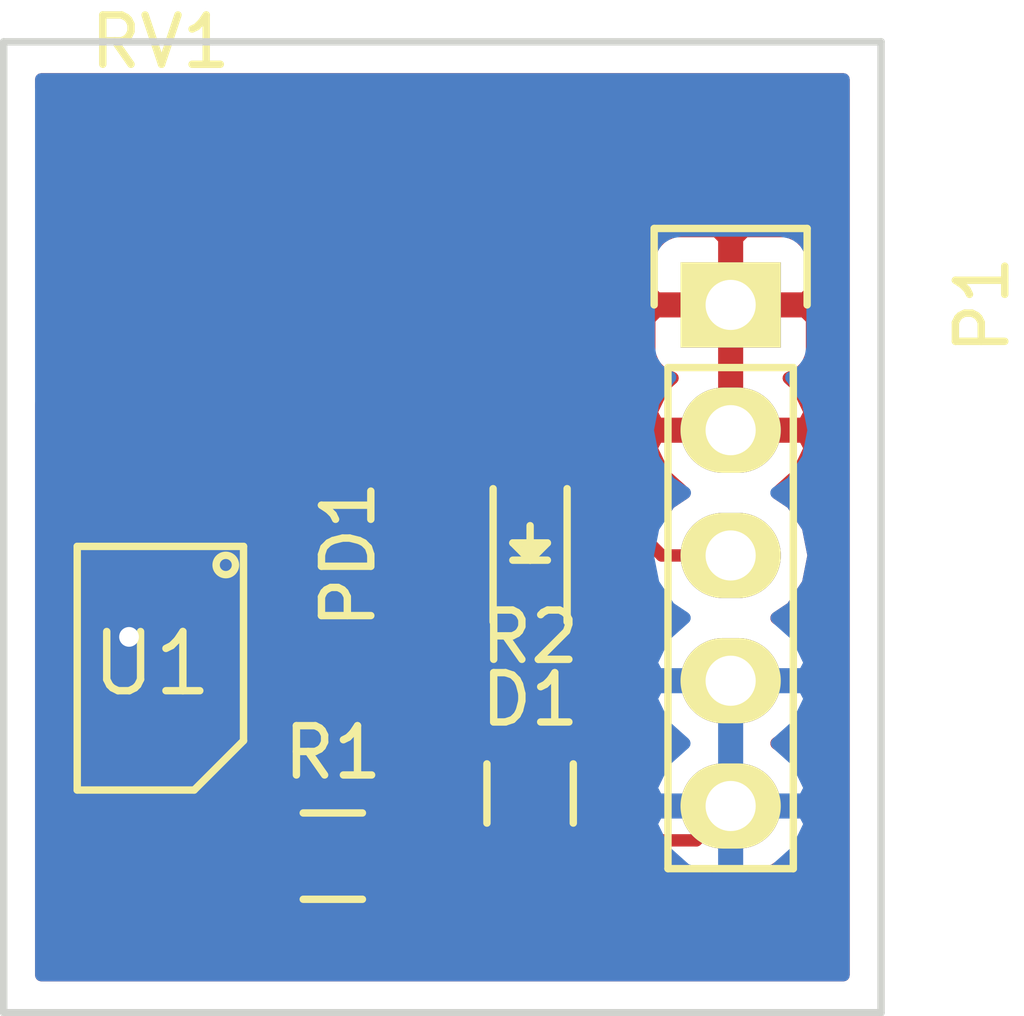
<source format=kicad_pcb>
(kicad_pcb (version 4) (host pcbnew 0.201511192131+6326~38~ubuntu14.04.1-stable)

  (general
    (links 14)
    (no_connects 0)
    (area 149.01156 96.665 170.667 117.550001)
    (thickness 1.6)
    (drawings 4)
    (tracks 34)
    (zones 0)
    (modules 7)
    (nets 8)
  )

  (page A4)
  (layers
    (0 F.Cu signal)
    (31 B.Cu signal)
    (32 B.Adhes user)
    (33 F.Adhes user)
    (34 B.Paste user)
    (35 F.Paste user)
    (36 B.SilkS user)
    (37 F.SilkS user)
    (38 B.Mask user)
    (39 F.Mask user)
    (40 Dwgs.User user)
    (41 Cmts.User user)
    (42 Eco1.User user)
    (43 Eco2.User user)
    (44 Edge.Cuts user)
    (45 Margin user)
    (46 B.CrtYd user)
    (47 F.CrtYd user)
    (48 B.Fab user)
    (49 F.Fab user)
  )

  (setup
    (last_trace_width 0.25)
    (trace_clearance 0.2)
    (zone_clearance 0.508)
    (zone_45_only no)
    (trace_min 0.2)
    (segment_width 0.2)
    (edge_width 0.15)
    (via_size 0.6)
    (via_drill 0.4)
    (via_min_size 0.4)
    (via_min_drill 0.3)
    (uvia_size 0.3)
    (uvia_drill 0.1)
    (uvias_allowed no)
    (uvia_min_size 0.2)
    (uvia_min_drill 0.1)
    (pcb_text_width 0.3)
    (pcb_text_size 1.5 1.5)
    (mod_edge_width 0.15)
    (mod_text_size 1 1)
    (mod_text_width 0.15)
    (pad_size 1.524 1.524)
    (pad_drill 0.762)
    (pad_to_mask_clearance 0.2)
    (aux_axis_origin 0 0)
    (visible_elements FFFFFF7F)
    (pcbplotparams
      (layerselection 0x010f0_80000001)
      (usegerberextensions false)
      (excludeedgelayer true)
      (linewidth 0.100000)
      (plotframeref false)
      (viasonmask false)
      (mode 1)
      (useauxorigin false)
      (hpglpennumber 1)
      (hpglpenspeed 20)
      (hpglpendiameter 15)
      (hpglpenoverlay 2)
      (psnegative false)
      (psa4output false)
      (plotreference true)
      (plotvalue true)
      (plotinvisibletext false)
      (padsonsilk false)
      (subtractmaskfromsilk false)
      (outputformat 1)
      (mirror false)
      (drillshape 0)
      (scaleselection 1)
      (outputdirectory ""))
  )

  (net 0 "")
  (net 1 "Net-(D1-Pad2)")
  (net 2 "Net-(D1-Pad1)")
  (net 3 VCC)
  (net 4 GND)
  (net 5 "Net-(PD1-Pad1)")
  (net 6 "Net-(PD1-Pad2)")
  (net 7 "Net-(RV1-Pad2)")

  (net_class Default "This is the default net class."
    (clearance 0.2)
    (trace_width 0.25)
    (via_dia 0.6)
    (via_drill 0.4)
    (uvia_dia 0.3)
    (uvia_drill 0.1)
    (add_net GND)
    (add_net "Net-(D1-Pad1)")
    (add_net "Net-(D1-Pad2)")
    (add_net "Net-(PD1-Pad1)")
    (add_net "Net-(PD1-Pad2)")
    (add_net "Net-(RV1-Pad2)")
    (add_net VCC)
  )

  (module LEDs:LED_0805 (layer F.Cu) (tedit 56983396) (tstamp 569897A1)
    (at 160.528 107.95 90)
    (descr "LED 0805 smd package")
    (tags "LED 0805 SMD")
    (path /56980E86)
    (attr smd)
    (fp_text reference D1 (at -3.175 0 180) (layer F.SilkS)
      (effects (font (size 1 1) (thickness 0.15)))
    )
    (fp_text value LED (at 0 1.75 90) (layer F.Fab) hide
      (effects (font (size 1 1) (thickness 0.15)))
    )
    (fp_line (start -1.6 0.75) (end 1.1 0.75) (layer F.SilkS) (width 0.15))
    (fp_line (start -1.6 -0.75) (end 1.1 -0.75) (layer F.SilkS) (width 0.15))
    (fp_line (start -0.1 0.15) (end -0.1 -0.1) (layer F.SilkS) (width 0.15))
    (fp_line (start -0.1 -0.1) (end -0.25 0.05) (layer F.SilkS) (width 0.15))
    (fp_line (start -0.35 -0.35) (end -0.35 0.35) (layer F.SilkS) (width 0.15))
    (fp_line (start 0 0) (end 0.35 0) (layer F.SilkS) (width 0.15))
    (fp_line (start -0.35 0) (end 0 -0.35) (layer F.SilkS) (width 0.15))
    (fp_line (start 0 -0.35) (end 0 0.35) (layer F.SilkS) (width 0.15))
    (fp_line (start 0 0.35) (end -0.35 0) (layer F.SilkS) (width 0.15))
    (fp_line (start 1.9 -0.95) (end 1.9 0.95) (layer F.CrtYd) (width 0.05))
    (fp_line (start 1.9 0.95) (end -1.9 0.95) (layer F.CrtYd) (width 0.05))
    (fp_line (start -1.9 0.95) (end -1.9 -0.95) (layer F.CrtYd) (width 0.05))
    (fp_line (start -1.9 -0.95) (end 1.9 -0.95) (layer F.CrtYd) (width 0.05))
    (pad 2 smd rect (at 1.04902 0 270) (size 1.19888 1.19888) (layers F.Cu F.Paste F.Mask)
      (net 1 "Net-(D1-Pad2)"))
    (pad 1 smd rect (at -1.04902 0 270) (size 1.19888 1.19888) (layers F.Cu F.Paste F.Mask)
      (net 2 "Net-(D1-Pad1)"))
    (model LEDs.3dshapes/LED_0805.wrl
      (at (xyz 0 0 0))
      (scale (xyz 1 1 1))
      (rotate (xyz 0 0 0))
    )
  )

  (module PD70:PD70 (layer F.Cu) (tedit 5698346F) (tstamp 569897AE)
    (at 156.845 108.185 90)
    (path /56980904)
    (fp_text reference PD1 (at 0 0 90) (layer F.SilkS)
      (effects (font (size 1 1) (thickness 0.15)))
    )
    (fp_text value PD70 (at -2.305 -3.81 90) (layer F.Fab) hide
      (effects (font (size 1 1) (thickness 0.15)))
    )
    (pad 1 smd rect (at -3.575 0 90) (size 1.75 1.8) (layers F.Cu F.Paste F.Mask)
      (net 5 "Net-(PD1-Pad1)"))
    (pad 2 smd rect (at 3.575 0 90) (size 1.75 1.8) (layers F.Cu F.Paste F.Mask)
      (net 6 "Net-(PD1-Pad2)"))
  )

  (module Resistors_SMD:R_0805 (layer F.Cu) (tedit 5415CDEB) (tstamp 569897B4)
    (at 156.53 114.3)
    (descr "Resistor SMD 0805, reflow soldering, Vishay (see dcrcw.pdf)")
    (tags "resistor 0805")
    (path /5698099A)
    (attr smd)
    (fp_text reference R1 (at 0 -2.1) (layer F.SilkS)
      (effects (font (size 1 1) (thickness 0.15)))
    )
    (fp_text value R (at 0 2.1) (layer F.Fab)
      (effects (font (size 1 1) (thickness 0.15)))
    )
    (fp_line (start -1.6 -1) (end 1.6 -1) (layer F.CrtYd) (width 0.05))
    (fp_line (start -1.6 1) (end 1.6 1) (layer F.CrtYd) (width 0.05))
    (fp_line (start -1.6 -1) (end -1.6 1) (layer F.CrtYd) (width 0.05))
    (fp_line (start 1.6 -1) (end 1.6 1) (layer F.CrtYd) (width 0.05))
    (fp_line (start 0.6 0.875) (end -0.6 0.875) (layer F.SilkS) (width 0.15))
    (fp_line (start -0.6 -0.875) (end 0.6 -0.875) (layer F.SilkS) (width 0.15))
    (pad 1 smd rect (at -0.95 0) (size 0.7 1.3) (layers F.Cu F.Paste F.Mask)
      (net 3 VCC))
    (pad 2 smd rect (at 0.95 0) (size 0.7 1.3) (layers F.Cu F.Paste F.Mask)
      (net 5 "Net-(PD1-Pad1)"))
    (model Resistors_SMD.3dshapes/R_0805.wrl
      (at (xyz 0 0 0))
      (scale (xyz 1 1 1))
      (rotate (xyz 0 0 0))
    )
  )

  (module Resistors_SMD:R_0805 (layer F.Cu) (tedit 5698339A) (tstamp 569897BA)
    (at 160.528 113.03 270)
    (descr "Resistor SMD 0805, reflow soldering, Vishay (see dcrcw.pdf)")
    (tags "resistor 0805")
    (path /569810D2)
    (attr smd)
    (fp_text reference R2 (at -3.175 0 360) (layer F.SilkS)
      (effects (font (size 1 1) (thickness 0.15)))
    )
    (fp_text value R (at 0 2.1 270) (layer F.Fab) hide
      (effects (font (size 1 1) (thickness 0.15)))
    )
    (fp_line (start -1.6 -1) (end 1.6 -1) (layer F.CrtYd) (width 0.05))
    (fp_line (start -1.6 1) (end 1.6 1) (layer F.CrtYd) (width 0.05))
    (fp_line (start -1.6 -1) (end -1.6 1) (layer F.CrtYd) (width 0.05))
    (fp_line (start 1.6 -1) (end 1.6 1) (layer F.CrtYd) (width 0.05))
    (fp_line (start 0.6 0.875) (end -0.6 0.875) (layer F.SilkS) (width 0.15))
    (fp_line (start -0.6 -0.875) (end 0.6 -0.875) (layer F.SilkS) (width 0.15))
    (pad 1 smd rect (at -0.95 0 270) (size 0.7 1.3) (layers F.Cu F.Paste F.Mask)
      (net 2 "Net-(D1-Pad1)"))
    (pad 2 smd rect (at 0.95 0 270) (size 0.7 1.3) (layers F.Cu F.Paste F.Mask)
      (net 4 GND))
    (model Resistors_SMD.3dshapes/R_0805.wrl
      (at (xyz 0 0 0))
      (scale (xyz 1 1 1))
      (rotate (xyz 0 0 0))
    )
  )

  (module PD70:TC33 (layer F.Cu) (tedit 56983473) (tstamp 569897C1)
    (at 153.035 101.6 180)
    (path /56980A4A)
    (fp_text reference RV1 (at 0 3.81 180) (layer F.SilkS)
      (effects (font (size 1 1) (thickness 0.15)))
    )
    (fp_text value POT (at 0 -3.81 180) (layer F.Fab) hide
      (effects (font (size 1 1) (thickness 0.15)))
    )
    (pad 1 smd rect (at -1.4 1.8 180) (size 1.2 1.2) (layers F.Cu F.Paste F.Mask)
      (net 3 VCC))
    (pad 2 smd rect (at 0 -1.45 180) (size 1.6 1.5) (layers F.Cu F.Paste F.Mask)
      (net 7 "Net-(RV1-Pad2)"))
    (pad 3 smd rect (at 1.4 1.8 180) (size 1.2 1.2) (layers F.Cu F.Paste F.Mask)
      (net 4 GND))
  )

  (module PD70:TSSOP8 (layer F.Cu) (tedit 56982AD9) (tstamp 569897CD)
    (at 153.035 110.49 180)
    (path /56980A06)
    (fp_text reference U1 (at 0.17272 0.09144 360) (layer F.SilkS)
      (effects (font (size 1.2 1.2) (thickness 0.15)))
    )
    (fp_text value LM393 (at 2.75844 -0.1016 270) (layer F.Fab) hide
      (effects (font (size 1.2 1.2) (thickness 0.15)))
    )
    (fp_circle (center -1.32588 2.09296) (end -1.51892 2.12852) (layer F.SilkS) (width 0.15))
    (fp_line (start -0.685 -2.47) (end -1.685 -1.47) (layer F.SilkS) (width 0.15))
    (fp_line (start -1.685 -1.47) (end -1.685 2.47) (layer F.SilkS) (width 0.15))
    (fp_line (start -1.685 2.47) (end 1.685 2.47) (layer F.SilkS) (width 0.15))
    (fp_line (start 1.685 2.47) (end 1.685 -2.47) (layer F.SilkS) (width 0.15))
    (fp_line (start 1.685 -2.47) (end -0.685 -2.47) (layer F.SilkS) (width 0.15))
    (pad 8 smd rect (at -0.975 -3.86 180) (size 0.42 1.78) (layers F.Cu F.Paste F.Mask)
      (net 3 VCC))
    (pad 1 smd rect (at -0.975 3.86 180) (size 0.42 1.78) (layers F.Cu F.Paste F.Mask)
      (net 1 "Net-(D1-Pad2)"))
    (pad 7 smd rect (at -0.325 -3.86 180) (size 0.42 1.78) (layers F.Cu F.Paste F.Mask))
    (pad 2 smd rect (at -0.325 3.86 180) (size 0.42 1.78) (layers F.Cu F.Paste F.Mask)
      (net 6 "Net-(PD1-Pad2)"))
    (pad 6 smd rect (at 0.325 -3.86 180) (size 0.42 1.78) (layers F.Cu F.Paste F.Mask))
    (pad 3 smd rect (at 0.325 3.86 180) (size 0.42 1.78) (layers F.Cu F.Paste F.Mask)
      (net 7 "Net-(RV1-Pad2)"))
    (pad 5 smd rect (at 0.975 -3.86 180) (size 0.42 1.78) (layers F.Cu F.Paste F.Mask))
    (pad 4 smd rect (at 0.975 3.86 180) (size 0.42 1.78) (layers F.Cu F.Paste F.Mask)
      (net 4 GND))
  )

  (module Socket_Strips:Socket_Strip_Straight_1x05 (layer F.Cu) (tedit 0) (tstamp 56C07B71)
    (at 164.592 103.124 270)
    (descr "Through hole socket strip")
    (tags "socket strip")
    (path /56BCF8BB)
    (fp_text reference P1 (at 0 -5.1 270) (layer F.SilkS)
      (effects (font (size 1 1) (thickness 0.15)))
    )
    (fp_text value CONN_01X05 (at 0 -3.1 270) (layer F.Fab)
      (effects (font (size 1 1) (thickness 0.15)))
    )
    (fp_line (start -1.75 -1.75) (end -1.75 1.75) (layer F.CrtYd) (width 0.05))
    (fp_line (start 11.95 -1.75) (end 11.95 1.75) (layer F.CrtYd) (width 0.05))
    (fp_line (start -1.75 -1.75) (end 11.95 -1.75) (layer F.CrtYd) (width 0.05))
    (fp_line (start -1.75 1.75) (end 11.95 1.75) (layer F.CrtYd) (width 0.05))
    (fp_line (start 1.27 1.27) (end 11.43 1.27) (layer F.SilkS) (width 0.15))
    (fp_line (start 11.43 1.27) (end 11.43 -1.27) (layer F.SilkS) (width 0.15))
    (fp_line (start 11.43 -1.27) (end 1.27 -1.27) (layer F.SilkS) (width 0.15))
    (fp_line (start -1.55 1.55) (end 0 1.55) (layer F.SilkS) (width 0.15))
    (fp_line (start 1.27 1.27) (end 1.27 -1.27) (layer F.SilkS) (width 0.15))
    (fp_line (start 0 -1.55) (end -1.55 -1.55) (layer F.SilkS) (width 0.15))
    (fp_line (start -1.55 -1.55) (end -1.55 1.55) (layer F.SilkS) (width 0.15))
    (pad 1 thru_hole rect (at 0 0 270) (size 1.7272 2.032) (drill 1.016) (layers *.Cu *.Mask F.SilkS)
      (net 3 VCC))
    (pad 2 thru_hole oval (at 2.54 0 270) (size 1.7272 2.032) (drill 1.016) (layers *.Cu *.Mask F.SilkS)
      (net 3 VCC))
    (pad 3 thru_hole oval (at 5.08 0 270) (size 1.7272 2.032) (drill 1.016) (layers *.Cu *.Mask F.SilkS)
      (net 1 "Net-(D1-Pad2)"))
    (pad 4 thru_hole oval (at 7.62 0 270) (size 1.7272 2.032) (drill 1.016) (layers *.Cu *.Mask F.SilkS)
      (net 4 GND))
    (pad 5 thru_hole oval (at 10.16 0 270) (size 1.7272 2.032) (drill 1.016) (layers *.Cu *.Mask F.SilkS)
      (net 4 GND))
    (model Socket_Strips.3dshapes/Socket_Strip_Straight_1x05.wrl
      (at (xyz 0.2 0 0))
      (scale (xyz 1 1 1))
      (rotate (xyz 0 0 180))
    )
  )

  (gr_line (start 149.86 97.79) (end 149.86 117.475) (layer Edge.Cuts) (width 0.15))
  (gr_line (start 167.64 97.79) (end 149.86 97.79) (layer Edge.Cuts) (width 0.15))
  (gr_line (start 167.64 117.475) (end 167.64 97.79) (layer Edge.Cuts) (width 0.15))
  (gr_line (start 149.86 117.475) (end 167.64 117.475) (layer Edge.Cuts) (width 0.15))

  (segment (start 161.89198 106.90098) (end 163.195 108.204) (width 0.25) (layer F.Cu) (net 1))
  (segment (start 163.195 108.204) (end 164.592 108.204) (width 0.25) (layer F.Cu) (net 1))
  (segment (start 160.528 106.90098) (end 161.89198 106.90098) (width 0.25) (layer F.Cu) (net 1))
  (segment (start 157.06598 106.90098) (end 156.795 106.63) (width 0.25) (layer F.Cu) (net 1))
  (segment (start 156.795 106.63) (end 154.01 106.63) (width 0.25) (layer F.Cu) (net 1))
  (segment (start 160.02 106.90098) (end 157.06598 106.90098) (width 0.25) (layer F.Cu) (net 1))
  (segment (start 160.528 112.08) (end 160.528 108.99902) (width 0.25) (layer F.Cu) (net 2))
  (segment (start 155.58 114.3) (end 155.58 113.4) (width 0.25) (layer F.Cu) (net 3))
  (segment (start 155.58 113.4) (end 154.9908 112.8108) (width 0.25) (layer F.Cu) (net 3))
  (segment (start 154.0002 115.4998) (end 154.0002 116.2304) (width 0.25) (layer F.Cu) (net 3))
  (segment (start 154.01 114.35) (end 154.01 115.49) (width 0.25) (layer F.Cu) (net 3))
  (segment (start 154.01 115.49) (end 154.0002 115.4998) (width 0.25) (layer F.Cu) (net 3))
  (segment (start 154.0002 113.2002) (end 154.0002 112.395) (width 0.25) (layer F.Cu) (net 3))
  (segment (start 154.01 114.35) (end 154.01 113.21) (width 0.25) (layer F.Cu) (net 3))
  (segment (start 154.01 113.21) (end 154.0002 113.2002) (width 0.25) (layer F.Cu) (net 3))
  (segment (start 154.06 114.3) (end 154.01 114.35) (width 0.25) (layer F.Cu) (net 3))
  (segment (start 160.528 113.98) (end 163.896 113.98) (width 0.25) (layer F.Cu) (net 4))
  (segment (start 163.896 113.98) (end 164.592 113.284) (width 0.25) (layer F.Cu) (net 4))
  (segment (start 152.06 106.63) (end 152.06 109.515) (width 0.25) (layer F.Cu) (net 4))
  (segment (start 152.06 109.515) (end 152.4 109.855) (width 0.25) (layer F.Cu) (net 4))
  (via (at 152.4 109.855) (size 0.6) (drill 0.4) (layers F.Cu B.Cu) (net 4))
  (segment (start 151.13 101.6) (end 151.635 101.095) (width 0.25) (layer F.Cu) (net 4))
  (segment (start 151.635 101.095) (end 151.635 99.8) (width 0.25) (layer F.Cu) (net 4))
  (segment (start 151.13 104.56) (end 151.13 101.6) (width 0.25) (layer F.Cu) (net 4))
  (segment (start 152.06 106.63) (end 152.06 105.49) (width 0.25) (layer F.Cu) (net 4))
  (segment (start 152.06 105.49) (end 151.13 104.56) (width 0.25) (layer F.Cu) (net 4))
  (segment (start 156.845 111.76) (end 156.845 113.365) (width 0.25) (layer F.Cu) (net 5))
  (segment (start 156.845 113.365) (end 157.48 114) (width 0.25) (layer F.Cu) (net 5))
  (segment (start 157.48 114) (end 157.48 114.3) (width 0.25) (layer F.Cu) (net 5))
  (segment (start 153.36 106.63) (end 153.36 105.49) (width 0.25) (layer F.Cu) (net 6))
  (segment (start 153.36 105.49) (end 154.24 104.61) (width 0.25) (layer F.Cu) (net 6))
  (segment (start 154.24 104.61) (end 156.845 104.61) (width 0.25) (layer F.Cu) (net 6))
  (segment (start 152.71 106.63) (end 152.71 103.375) (width 0.25) (layer F.Cu) (net 7))
  (segment (start 152.71 103.375) (end 153.035 103.05) (width 0.25) (layer F.Cu) (net 7))

  (zone (net 3) (net_name VCC) (layer F.Cu) (tstamp 0) (hatch edge 0.508)
    (connect_pads (clearance 0.508))
    (min_thickness 0.254)
    (fill yes (arc_segments 16) (thermal_gap 0.508) (thermal_bridge_width 0.508))
    (polygon
      (pts
        (xy 150.495 116.84) (xy 167.005 116.84) (xy 167.005 98.425) (xy 150.495 98.425)
      )
    )
    (filled_polygon
      (pts
        (xy 166.878 116.713) (xy 150.622 116.713) (xy 150.622 113.46) (xy 151.20256 113.46) (xy 151.20256 115.24)
        (xy 151.246838 115.475317) (xy 151.38591 115.691441) (xy 151.59811 115.836431) (xy 151.85 115.88744) (xy 152.27 115.88744)
        (xy 152.389222 115.865007) (xy 152.5 115.88744) (xy 152.92 115.88744) (xy 153.039222 115.865007) (xy 153.15 115.88744)
        (xy 153.57 115.88744) (xy 153.661953 115.870138) (xy 153.673691 115.875) (xy 153.74625 115.875) (xy 153.771777 115.849473)
        (xy 153.805317 115.843162) (xy 154.021441 115.70409) (xy 154.115 115.567162) (xy 154.115 115.71625) (xy 154.27375 115.875)
        (xy 154.346309 115.875) (xy 154.579698 115.778327) (xy 154.758327 115.599699) (xy 154.823744 115.441769) (xy 154.870302 115.488327)
        (xy 155.103691 115.585) (xy 155.29425 115.585) (xy 155.453 115.42625) (xy 155.453 114.427) (xy 154.75375 114.427)
        (xy 154.7 114.48075) (xy 154.69625 114.477) (xy 154.21744 114.477) (xy 154.21744 114.223) (xy 154.69625 114.223)
        (xy 154.75 114.16925) (xy 154.75375 114.173) (xy 155.453 114.173) (xy 155.453 114.153) (xy 155.707 114.153)
        (xy 155.707 114.173) (xy 155.727 114.173) (xy 155.727 114.427) (xy 155.707 114.427) (xy 155.707 115.42625)
        (xy 155.86575 115.585) (xy 156.056309 115.585) (xy 156.289698 115.488327) (xy 156.468327 115.309699) (xy 156.524654 115.173713)
        (xy 156.526838 115.185317) (xy 156.66591 115.401441) (xy 156.87811 115.546431) (xy 157.13 115.59744) (xy 157.83 115.59744)
        (xy 158.065317 115.553162) (xy 158.281441 115.41409) (xy 158.426431 115.20189) (xy 158.47744 114.95) (xy 158.47744 113.65)
        (xy 158.433162 113.414683) (xy 158.29409 113.198559) (xy 158.171758 113.114973) (xy 158.196441 113.09909) (xy 158.341431 112.88689)
        (xy 158.39244 112.635) (xy 158.39244 110.885) (xy 158.348162 110.649683) (xy 158.20909 110.433559) (xy 157.99689 110.288569)
        (xy 157.745 110.23756) (xy 155.945 110.23756) (xy 155.709683 110.281838) (xy 155.493559 110.42091) (xy 155.348569 110.63311)
        (xy 155.29756 110.885) (xy 155.29756 112.635) (xy 155.341838 112.870317) (xy 155.452998 113.043065) (xy 155.452998 113.173748)
        (xy 155.29425 113.015) (xy 155.103691 113.015) (xy 154.870302 113.111673) (xy 154.794454 113.18752) (xy 154.758327 113.100301)
        (xy 154.579698 112.921673) (xy 154.346309 112.825) (xy 154.27375 112.825) (xy 154.115 112.98375) (xy 154.115 113.134297)
        (xy 154.03409 113.008559) (xy 153.82189 112.863569) (xy 153.775406 112.854156) (xy 153.74625 112.825) (xy 153.673691 112.825)
        (xy 153.659814 112.830748) (xy 153.57 112.81256) (xy 153.15 112.81256) (xy 153.030778 112.834993) (xy 152.92 112.81256)
        (xy 152.5 112.81256) (xy 152.380778 112.834993) (xy 152.27 112.81256) (xy 151.85 112.81256) (xy 151.614683 112.856838)
        (xy 151.398559 112.99591) (xy 151.253569 113.20811) (xy 151.20256 113.46) (xy 150.622 113.46) (xy 150.622 105.126802)
        (xy 151.208056 105.712858) (xy 151.20256 105.74) (xy 151.20256 107.52) (xy 151.246838 107.755317) (xy 151.3 107.837933)
        (xy 151.3 109.515) (xy 151.357852 109.805839) (xy 151.464903 109.966052) (xy 151.464838 110.040167) (xy 151.606883 110.383943)
        (xy 151.869673 110.647192) (xy 152.213201 110.789838) (xy 152.585167 110.790162) (xy 152.928943 110.648117) (xy 153.192192 110.385327)
        (xy 153.334838 110.041799) (xy 153.335162 109.669833) (xy 153.193117 109.326057) (xy 152.930327 109.062808) (xy 152.82 109.016996)
        (xy 152.82 108.16744) (xy 152.92 108.16744) (xy 153.039222 108.145007) (xy 153.15 108.16744) (xy 153.57 108.16744)
        (xy 153.689222 108.145007) (xy 153.8 108.16744) (xy 154.22 108.16744) (xy 154.455317 108.123162) (xy 154.671441 107.98409)
        (xy 154.816431 107.77189) (xy 154.86744 107.52) (xy 154.86744 107.39) (xy 156.480198 107.39) (xy 156.528579 107.438381)
        (xy 156.775141 107.603128) (xy 157.06598 107.66098) (xy 159.311331 107.66098) (xy 159.325398 107.735737) (xy 159.46447 107.951861)
        (xy 159.465467 107.952543) (xy 159.332129 108.14769) (xy 159.28112 108.39958) (xy 159.28112 109.59846) (xy 159.325398 109.833777)
        (xy 159.46447 110.049901) (xy 159.67667 110.194891) (xy 159.768 110.213386) (xy 159.768 111.103258) (xy 159.642683 111.126838)
        (xy 159.426559 111.26591) (xy 159.281569 111.47811) (xy 159.23056 111.73) (xy 159.23056 112.43) (xy 159.274838 112.665317)
        (xy 159.41391 112.881441) (xy 159.62611 113.026431) (xy 159.639197 113.029081) (xy 159.426559 113.16591) (xy 159.281569 113.37811)
        (xy 159.23056 113.63) (xy 159.23056 114.33) (xy 159.274838 114.565317) (xy 159.41391 114.781441) (xy 159.62611 114.926431)
        (xy 159.878 114.97744) (xy 161.178 114.97744) (xy 161.413317 114.933162) (xy 161.629441 114.79409) (xy 161.666399 114.74)
        (xy 163.896 114.74) (xy 164.044544 114.710452) (xy 164.407255 114.7826) (xy 164.776745 114.7826) (xy 165.350234 114.668526)
        (xy 165.836415 114.34367) (xy 166.161271 113.857489) (xy 166.275345 113.284) (xy 166.161271 112.710511) (xy 165.836415 112.22433)
        (xy 165.521634 112.014) (xy 165.836415 111.80367) (xy 166.161271 111.317489) (xy 166.275345 110.744) (xy 166.161271 110.170511)
        (xy 165.836415 109.68433) (xy 165.521634 109.474) (xy 165.836415 109.26367) (xy 166.161271 108.777489) (xy 166.275345 108.204)
        (xy 166.161271 107.630511) (xy 165.836415 107.14433) (xy 165.526931 106.937539) (xy 165.942732 106.566036) (xy 166.196709 106.038791)
        (xy 166.199358 106.023026) (xy 166.078217 105.791) (xy 164.719 105.791) (xy 164.719 105.811) (xy 164.465 105.811)
        (xy 164.465 105.791) (xy 163.105783 105.791) (xy 162.984642 106.023026) (xy 162.987291 106.038791) (xy 163.241268 106.566036)
        (xy 163.657069 106.937539) (xy 163.347585 107.14433) (xy 163.292529 107.226727) (xy 162.429381 106.363579) (xy 162.182819 106.198832)
        (xy 161.89198 106.14098) (xy 161.744669 106.14098) (xy 161.730602 106.066223) (xy 161.59153 105.850099) (xy 161.37933 105.705109)
        (xy 161.12744 105.6541) (xy 159.92856 105.6541) (xy 159.693243 105.698378) (xy 159.477119 105.83745) (xy 159.332129 106.04965)
        (xy 159.313634 106.14098) (xy 157.380782 106.14098) (xy 157.372242 106.13244) (xy 157.745 106.13244) (xy 157.980317 106.088162)
        (xy 158.196441 105.94909) (xy 158.341431 105.73689) (xy 158.39244 105.485) (xy 158.39244 103.735) (xy 158.348162 103.499683)
        (xy 158.290292 103.40975) (xy 162.941 103.40975) (xy 162.941 104.113909) (xy 163.037673 104.347298) (xy 163.216301 104.525927)
        (xy 163.413861 104.607759) (xy 163.241268 104.761964) (xy 162.987291 105.289209) (xy 162.984642 105.304974) (xy 163.105783 105.537)
        (xy 164.465 105.537) (xy 164.465 103.251) (xy 164.719 103.251) (xy 164.719 105.537) (xy 166.078217 105.537)
        (xy 166.199358 105.304974) (xy 166.196709 105.289209) (xy 165.942732 104.761964) (xy 165.770139 104.607759) (xy 165.967699 104.525927)
        (xy 166.146327 104.347298) (xy 166.243 104.113909) (xy 166.243 103.40975) (xy 166.08425 103.251) (xy 164.719 103.251)
        (xy 164.465 103.251) (xy 163.09975 103.251) (xy 162.941 103.40975) (xy 158.290292 103.40975) (xy 158.20909 103.283559)
        (xy 157.99689 103.138569) (xy 157.745 103.08756) (xy 155.945 103.08756) (xy 155.709683 103.131838) (xy 155.493559 103.27091)
        (xy 155.348569 103.48311) (xy 155.29756 103.735) (xy 155.29756 103.85) (xy 154.472315 103.85) (xy 154.48244 103.8)
        (xy 154.48244 102.3) (xy 154.451223 102.134091) (xy 162.941 102.134091) (xy 162.941 102.83825) (xy 163.09975 102.997)
        (xy 164.465 102.997) (xy 164.465 101.78415) (xy 164.719 101.78415) (xy 164.719 102.997) (xy 166.08425 102.997)
        (xy 166.243 102.83825) (xy 166.243 102.134091) (xy 166.146327 101.900702) (xy 165.967699 101.722073) (xy 165.73431 101.6254)
        (xy 164.87775 101.6254) (xy 164.719 101.78415) (xy 164.465 101.78415) (xy 164.30625 101.6254) (xy 163.44969 101.6254)
        (xy 163.216301 101.722073) (xy 163.037673 101.900702) (xy 162.941 102.134091) (xy 154.451223 102.134091) (xy 154.438162 102.064683)
        (xy 154.29909 101.848559) (xy 154.08689 101.703569) (xy 153.835 101.65256) (xy 152.235 101.65256) (xy 152.133061 101.671741)
        (xy 152.172401 101.632401) (xy 152.337148 101.385839) (xy 152.395 101.095) (xy 152.395 101.017334) (xy 152.470317 101.003162)
        (xy 152.686441 100.86409) (xy 152.831431 100.65189) (xy 152.88244 100.4) (xy 152.88244 100.08575) (xy 153.2 100.08575)
        (xy 153.2 100.52631) (xy 153.296673 100.759699) (xy 153.475302 100.938327) (xy 153.708691 101.035) (xy 154.14925 101.035)
        (xy 154.308 100.87625) (xy 154.308 99.927) (xy 154.562 99.927) (xy 154.562 100.87625) (xy 154.72075 101.035)
        (xy 155.161309 101.035) (xy 155.394698 100.938327) (xy 155.573327 100.759699) (xy 155.67 100.52631) (xy 155.67 100.08575)
        (xy 155.51125 99.927) (xy 154.562 99.927) (xy 154.308 99.927) (xy 153.35875 99.927) (xy 153.2 100.08575)
        (xy 152.88244 100.08575) (xy 152.88244 99.2) (xy 152.858674 99.07369) (xy 153.2 99.07369) (xy 153.2 99.51425)
        (xy 153.35875 99.673) (xy 154.308 99.673) (xy 154.308 98.72375) (xy 154.562 98.72375) (xy 154.562 99.673)
        (xy 155.51125 99.673) (xy 155.67 99.51425) (xy 155.67 99.07369) (xy 155.573327 98.840301) (xy 155.394698 98.661673)
        (xy 155.161309 98.565) (xy 154.72075 98.565) (xy 154.562 98.72375) (xy 154.308 98.72375) (xy 154.14925 98.565)
        (xy 153.708691 98.565) (xy 153.475302 98.661673) (xy 153.296673 98.840301) (xy 153.2 99.07369) (xy 152.858674 99.07369)
        (xy 152.838162 98.964683) (xy 152.69909 98.748559) (xy 152.48689 98.603569) (xy 152.235 98.55256) (xy 151.035 98.55256)
        (xy 150.799683 98.596838) (xy 150.622 98.711174) (xy 150.622 98.552) (xy 166.878 98.552)
      )
    )
  )
  (zone (net 4) (net_name GND) (layer B.Cu) (tstamp 0) (hatch edge 0.508)
    (connect_pads (clearance 0.508))
    (min_thickness 0.254)
    (fill yes (arc_segments 16) (thermal_gap 0.508) (thermal_bridge_width 0.508))
    (polygon
      (pts
        (xy 150.495 98.425) (xy 150.495 116.84) (xy 167.005 116.84) (xy 167.005 98.425)
      )
    )
    (filled_polygon
      (pts
        (xy 166.878 116.713) (xy 150.622 116.713) (xy 150.622 113.643026) (xy 162.984642 113.643026) (xy 162.987291 113.658791)
        (xy 163.241268 114.186036) (xy 163.67768 114.575954) (xy 164.230087 114.769184) (xy 164.465 114.624924) (xy 164.465 113.411)
        (xy 164.719 113.411) (xy 164.719 114.624924) (xy 164.953913 114.769184) (xy 165.50632 114.575954) (xy 165.942732 114.186036)
        (xy 166.196709 113.658791) (xy 166.199358 113.643026) (xy 166.078217 113.411) (xy 164.719 113.411) (xy 164.465 113.411)
        (xy 163.105783 113.411) (xy 162.984642 113.643026) (xy 150.622 113.643026) (xy 150.622 111.103026) (xy 162.984642 111.103026)
        (xy 162.987291 111.118791) (xy 163.241268 111.646036) (xy 163.653108 112.014) (xy 163.241268 112.381964) (xy 162.987291 112.909209)
        (xy 162.984642 112.924974) (xy 163.105783 113.157) (xy 164.465 113.157) (xy 164.465 110.871) (xy 164.719 110.871)
        (xy 164.719 113.157) (xy 166.078217 113.157) (xy 166.199358 112.924974) (xy 166.196709 112.909209) (xy 165.942732 112.381964)
        (xy 165.530892 112.014) (xy 165.942732 111.646036) (xy 166.196709 111.118791) (xy 166.199358 111.103026) (xy 166.078217 110.871)
        (xy 164.719 110.871) (xy 164.465 110.871) (xy 163.105783 110.871) (xy 162.984642 111.103026) (xy 150.622 111.103026)
        (xy 150.622 105.664) (xy 162.908655 105.664) (xy 163.022729 106.237489) (xy 163.347585 106.72367) (xy 163.662366 106.934)
        (xy 163.347585 107.14433) (xy 163.022729 107.630511) (xy 162.908655 108.204) (xy 163.022729 108.777489) (xy 163.347585 109.26367)
        (xy 163.657069 109.470461) (xy 163.241268 109.841964) (xy 162.987291 110.369209) (xy 162.984642 110.384974) (xy 163.105783 110.617)
        (xy 164.465 110.617) (xy 164.465 110.597) (xy 164.719 110.597) (xy 164.719 110.617) (xy 166.078217 110.617)
        (xy 166.199358 110.384974) (xy 166.196709 110.369209) (xy 165.942732 109.841964) (xy 165.526931 109.470461) (xy 165.836415 109.26367)
        (xy 166.161271 108.777489) (xy 166.275345 108.204) (xy 166.161271 107.630511) (xy 165.836415 107.14433) (xy 165.521634 106.934)
        (xy 165.836415 106.72367) (xy 166.161271 106.237489) (xy 166.275345 105.664) (xy 166.161271 105.090511) (xy 165.836415 104.60433)
        (xy 165.822087 104.594757) (xy 165.843317 104.590762) (xy 166.059441 104.45169) (xy 166.204431 104.23949) (xy 166.25544 103.9876)
        (xy 166.25544 102.2604) (xy 166.211162 102.025083) (xy 166.07209 101.808959) (xy 165.85989 101.663969) (xy 165.608 101.61296)
        (xy 163.576 101.61296) (xy 163.340683 101.657238) (xy 163.124559 101.79631) (xy 162.979569 102.00851) (xy 162.92856 102.2604)
        (xy 162.92856 103.9876) (xy 162.972838 104.222917) (xy 163.11191 104.439041) (xy 163.32411 104.584031) (xy 163.365439 104.5924)
        (xy 163.347585 104.60433) (xy 163.022729 105.090511) (xy 162.908655 105.664) (xy 150.622 105.664) (xy 150.622 98.552)
        (xy 166.878 98.552)
      )
    )
  )
)

</source>
